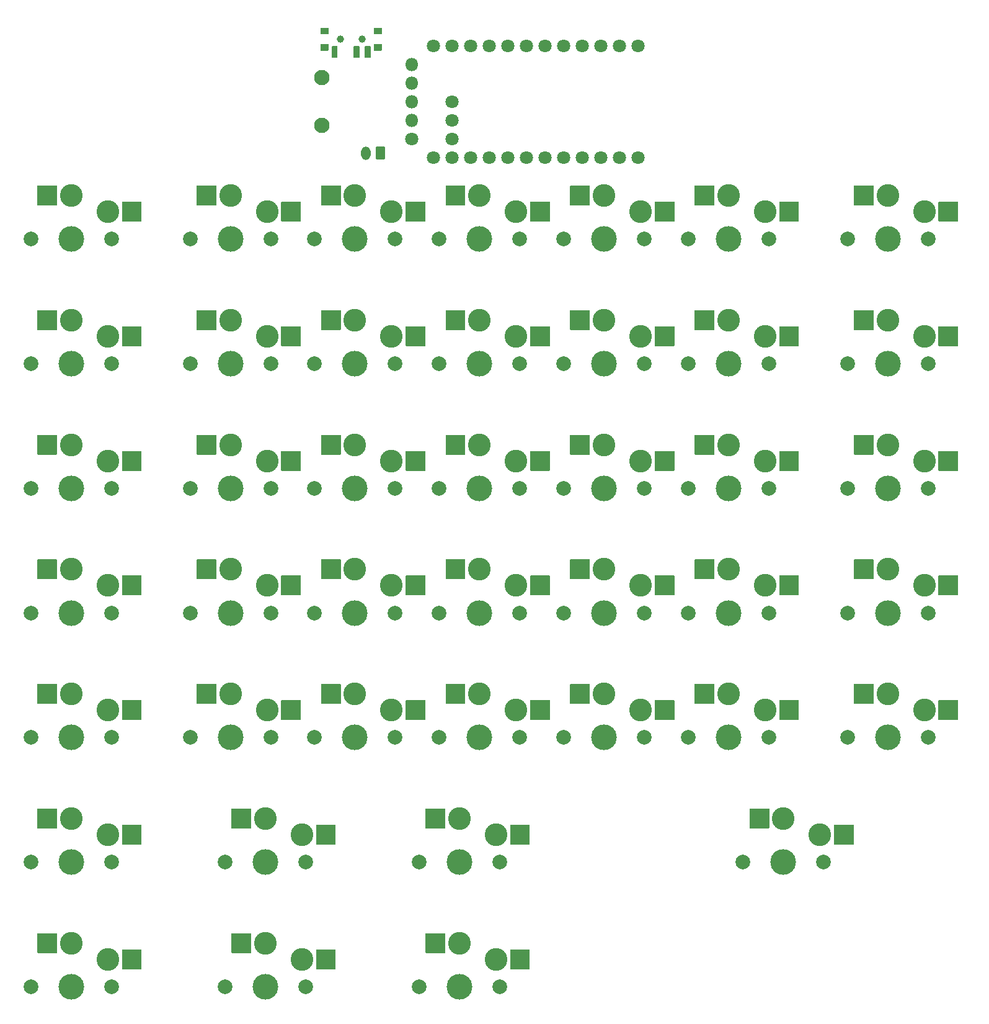
<source format=gbs>
G04 #@! TF.GenerationSoftware,KiCad,Pcbnew,8.0.4+1*
G04 #@! TF.CreationDate,2024-10-01T15:26:06+00:00*
G04 #@! TF.ProjectId,left,6c656674-2e6b-4696-9361-645f70636258,v0.2*
G04 #@! TF.SameCoordinates,Original*
G04 #@! TF.FileFunction,Soldermask,Bot*
G04 #@! TF.FilePolarity,Negative*
%FSLAX46Y46*%
G04 Gerber Fmt 4.6, Leading zero omitted, Abs format (unit mm)*
G04 Created by KiCad (PCBNEW 8.0.4+1) date 2024-10-01 15:26:06*
%MOMM*%
%LPD*%
G01*
G04 APERTURE LIST*
%ADD10C,1.800000*%
%ADD11O,1.800000X1.800000*%
%ADD12O,1.300000X1.850000*%
%ADD13C,2.000000*%
%ADD14C,3.100000*%
%ADD15C,3.500000*%
%ADD16C,2.100000*%
%ADD17C,1.000000*%
G04 APERTURE END LIST*
D10*
X112440000Y-20870000D03*
X109900000Y-20870000D03*
X107360000Y-20870000D03*
X104820000Y-20870000D03*
X102280000Y-20870000D03*
X99740000Y-20870000D03*
X97200000Y-20870000D03*
X94660000Y-20870000D03*
X92120000Y-20870000D03*
X89580000Y-20870000D03*
X87040000Y-20870000D03*
X84500000Y-20870000D03*
X84500000Y-5630000D03*
X87040000Y-5630000D03*
X89580000Y-5630000D03*
X92120000Y-5630000D03*
X94660000Y-5630000D03*
X97200000Y-5630000D03*
X99740000Y-5630000D03*
X102280000Y-5630000D03*
X104820000Y-5630000D03*
X107360000Y-5630000D03*
X109900000Y-5630000D03*
X112440000Y-5630000D03*
X87040000Y-18330000D03*
X87040000Y-15790000D03*
X87040000Y-13250000D03*
D11*
X81540000Y-8170000D03*
X81540000Y-10710000D03*
X81540000Y-13250000D03*
X81540000Y-15790000D03*
D10*
X81540000Y-18330000D03*
G36*
G01*
X77880000Y-19585000D02*
X77880000Y-20915000D01*
G75*
G02*
X77620000Y-21175000I-260000J0D01*
G01*
X76840000Y-21175000D01*
G75*
G02*
X76580000Y-20915000I0J260000D01*
G01*
X76580000Y-19585000D01*
G75*
G02*
X76840000Y-19325000I260000J0D01*
G01*
X77620000Y-19325000D01*
G75*
G02*
X77880000Y-19585000I0J-260000D01*
G01*
G37*
D12*
X75230000Y-20250000D03*
D13*
X68250000Y-100000000D03*
D14*
X73750000Y-94050000D03*
D15*
X73750000Y-100000000D03*
D14*
X78750000Y-96250000D03*
D13*
X79250000Y-100000000D03*
G36*
G01*
X69125000Y-95350000D02*
X69125000Y-92750000D01*
G75*
G02*
X69175000Y-92700000I50000J0D01*
G01*
X71775000Y-92700000D01*
G75*
G02*
X71825000Y-92750000I0J-50000D01*
G01*
X71825000Y-95350000D01*
G75*
G02*
X71775000Y-95400000I-50000J0D01*
G01*
X69175000Y-95400000D01*
G75*
G02*
X69125000Y-95350000I0J50000D01*
G01*
G37*
G36*
G01*
X80675000Y-97550000D02*
X80675000Y-94950000D01*
G75*
G02*
X80725000Y-94900000I50000J0D01*
G01*
X83325000Y-94900000D01*
G75*
G02*
X83375000Y-94950000I0J-50000D01*
G01*
X83375000Y-97550000D01*
G75*
G02*
X83325000Y-97600000I-50000J0D01*
G01*
X80725000Y-97600000D01*
G75*
G02*
X80675000Y-97550000I0J50000D01*
G01*
G37*
X85250000Y-83000000D03*
D14*
X90750000Y-77050000D03*
D15*
X90750000Y-83000000D03*
D14*
X95750000Y-79250000D03*
D13*
X96250000Y-83000000D03*
G36*
G01*
X86125000Y-78350000D02*
X86125000Y-75750000D01*
G75*
G02*
X86175000Y-75700000I50000J0D01*
G01*
X88775000Y-75700000D01*
G75*
G02*
X88825000Y-75750000I0J-50000D01*
G01*
X88825000Y-78350000D01*
G75*
G02*
X88775000Y-78400000I-50000J0D01*
G01*
X86175000Y-78400000D01*
G75*
G02*
X86125000Y-78350000I0J50000D01*
G01*
G37*
G36*
G01*
X97675000Y-80550000D02*
X97675000Y-77950000D01*
G75*
G02*
X97725000Y-77900000I50000J0D01*
G01*
X100325000Y-77900000D01*
G75*
G02*
X100375000Y-77950000I0J-50000D01*
G01*
X100375000Y-80550000D01*
G75*
G02*
X100325000Y-80600000I-50000J0D01*
G01*
X97725000Y-80600000D01*
G75*
G02*
X97675000Y-80550000I0J50000D01*
G01*
G37*
X29500000Y-32000000D03*
D14*
X35000000Y-26050000D03*
D15*
X35000000Y-32000000D03*
D14*
X40000000Y-28250000D03*
D13*
X40500000Y-32000000D03*
G36*
G01*
X30375000Y-27350000D02*
X30375000Y-24750000D01*
G75*
G02*
X30425000Y-24700000I50000J0D01*
G01*
X33025000Y-24700000D01*
G75*
G02*
X33075000Y-24750000I0J-50000D01*
G01*
X33075000Y-27350000D01*
G75*
G02*
X33025000Y-27400000I-50000J0D01*
G01*
X30425000Y-27400000D01*
G75*
G02*
X30375000Y-27350000I0J50000D01*
G01*
G37*
G36*
G01*
X41925000Y-29550000D02*
X41925000Y-26950000D01*
G75*
G02*
X41975000Y-26900000I50000J0D01*
G01*
X44575000Y-26900000D01*
G75*
G02*
X44625000Y-26950000I0J-50000D01*
G01*
X44625000Y-29550000D01*
G75*
G02*
X44575000Y-29600000I-50000J0D01*
G01*
X41975000Y-29600000D01*
G75*
G02*
X41925000Y-29550000I0J50000D01*
G01*
G37*
X119250000Y-66000000D03*
D14*
X124750000Y-60050000D03*
D15*
X124750000Y-66000000D03*
D14*
X129750000Y-62250000D03*
D13*
X130250000Y-66000000D03*
G36*
G01*
X120125000Y-61350000D02*
X120125000Y-58750000D01*
G75*
G02*
X120175000Y-58700000I50000J0D01*
G01*
X122775000Y-58700000D01*
G75*
G02*
X122825000Y-58750000I0J-50000D01*
G01*
X122825000Y-61350000D01*
G75*
G02*
X122775000Y-61400000I-50000J0D01*
G01*
X120175000Y-61400000D01*
G75*
G02*
X120125000Y-61350000I0J50000D01*
G01*
G37*
G36*
G01*
X131675000Y-63550000D02*
X131675000Y-60950000D01*
G75*
G02*
X131725000Y-60900000I50000J0D01*
G01*
X134325000Y-60900000D01*
G75*
G02*
X134375000Y-60950000I0J-50000D01*
G01*
X134375000Y-63550000D01*
G75*
G02*
X134325000Y-63600000I-50000J0D01*
G01*
X131725000Y-63600000D01*
G75*
G02*
X131675000Y-63550000I0J50000D01*
G01*
G37*
X56000000Y-134000000D03*
D14*
X61500000Y-128050000D03*
D15*
X61500000Y-134000000D03*
D14*
X66500000Y-130250000D03*
D13*
X67000000Y-134000000D03*
G36*
G01*
X56875000Y-129350000D02*
X56875000Y-126750000D01*
G75*
G02*
X56925000Y-126700000I50000J0D01*
G01*
X59525000Y-126700000D01*
G75*
G02*
X59575000Y-126750000I0J-50000D01*
G01*
X59575000Y-129350000D01*
G75*
G02*
X59525000Y-129400000I-50000J0D01*
G01*
X56925000Y-129400000D01*
G75*
G02*
X56875000Y-129350000I0J50000D01*
G01*
G37*
G36*
G01*
X68425000Y-131550000D02*
X68425000Y-128950000D01*
G75*
G02*
X68475000Y-128900000I50000J0D01*
G01*
X71075000Y-128900000D01*
G75*
G02*
X71125000Y-128950000I0J-50000D01*
G01*
X71125000Y-131550000D01*
G75*
G02*
X71075000Y-131600000I-50000J0D01*
G01*
X68475000Y-131600000D01*
G75*
G02*
X68425000Y-131550000I0J50000D01*
G01*
G37*
X141000000Y-66000000D03*
D14*
X146500000Y-60050000D03*
D15*
X146500000Y-66000000D03*
D14*
X151500000Y-62250000D03*
D13*
X152000000Y-66000000D03*
G36*
G01*
X141875000Y-61350000D02*
X141875000Y-58750000D01*
G75*
G02*
X141925000Y-58700000I50000J0D01*
G01*
X144525000Y-58700000D01*
G75*
G02*
X144575000Y-58750000I0J-50000D01*
G01*
X144575000Y-61350000D01*
G75*
G02*
X144525000Y-61400000I-50000J0D01*
G01*
X141925000Y-61400000D01*
G75*
G02*
X141875000Y-61350000I0J50000D01*
G01*
G37*
G36*
G01*
X153425000Y-63550000D02*
X153425000Y-60950000D01*
G75*
G02*
X153475000Y-60900000I50000J0D01*
G01*
X156075000Y-60900000D01*
G75*
G02*
X156125000Y-60950000I0J-50000D01*
G01*
X156125000Y-63550000D01*
G75*
G02*
X156075000Y-63600000I-50000J0D01*
G01*
X153475000Y-63600000D01*
G75*
G02*
X153425000Y-63550000I0J50000D01*
G01*
G37*
X29500000Y-117000000D03*
D14*
X35000000Y-111050000D03*
D15*
X35000000Y-117000000D03*
D14*
X40000000Y-113250000D03*
D13*
X40500000Y-117000000D03*
G36*
G01*
X30375000Y-112350000D02*
X30375000Y-109750000D01*
G75*
G02*
X30425000Y-109700000I50000J0D01*
G01*
X33025000Y-109700000D01*
G75*
G02*
X33075000Y-109750000I0J-50000D01*
G01*
X33075000Y-112350000D01*
G75*
G02*
X33025000Y-112400000I-50000J0D01*
G01*
X30425000Y-112400000D01*
G75*
G02*
X30375000Y-112350000I0J50000D01*
G01*
G37*
G36*
G01*
X41925000Y-114550000D02*
X41925000Y-111950000D01*
G75*
G02*
X41975000Y-111900000I50000J0D01*
G01*
X44575000Y-111900000D01*
G75*
G02*
X44625000Y-111950000I0J-50000D01*
G01*
X44625000Y-114550000D01*
G75*
G02*
X44575000Y-114600000I-50000J0D01*
G01*
X41975000Y-114600000D01*
G75*
G02*
X41925000Y-114550000I0J50000D01*
G01*
G37*
X29500000Y-134000000D03*
D14*
X35000000Y-128050000D03*
D15*
X35000000Y-134000000D03*
D14*
X40000000Y-130250000D03*
D13*
X40500000Y-134000000D03*
G36*
G01*
X30375000Y-129350000D02*
X30375000Y-126750000D01*
G75*
G02*
X30425000Y-126700000I50000J0D01*
G01*
X33025000Y-126700000D01*
G75*
G02*
X33075000Y-126750000I0J-50000D01*
G01*
X33075000Y-129350000D01*
G75*
G02*
X33025000Y-129400000I-50000J0D01*
G01*
X30425000Y-129400000D01*
G75*
G02*
X30375000Y-129350000I0J50000D01*
G01*
G37*
G36*
G01*
X41925000Y-131550000D02*
X41925000Y-128950000D01*
G75*
G02*
X41975000Y-128900000I50000J0D01*
G01*
X44575000Y-128900000D01*
G75*
G02*
X44625000Y-128950000I0J-50000D01*
G01*
X44625000Y-131550000D01*
G75*
G02*
X44575000Y-131600000I-50000J0D01*
G01*
X41975000Y-131600000D01*
G75*
G02*
X41925000Y-131550000I0J50000D01*
G01*
G37*
X51250000Y-32000000D03*
D14*
X56750000Y-26050000D03*
D15*
X56750000Y-32000000D03*
D14*
X61750000Y-28250000D03*
D13*
X62250000Y-32000000D03*
G36*
G01*
X52125000Y-27350000D02*
X52125000Y-24750000D01*
G75*
G02*
X52175000Y-24700000I50000J0D01*
G01*
X54775000Y-24700000D01*
G75*
G02*
X54825000Y-24750000I0J-50000D01*
G01*
X54825000Y-27350000D01*
G75*
G02*
X54775000Y-27400000I-50000J0D01*
G01*
X52175000Y-27400000D01*
G75*
G02*
X52125000Y-27350000I0J50000D01*
G01*
G37*
G36*
G01*
X63675000Y-29550000D02*
X63675000Y-26950000D01*
G75*
G02*
X63725000Y-26900000I50000J0D01*
G01*
X66325000Y-26900000D01*
G75*
G02*
X66375000Y-26950000I0J-50000D01*
G01*
X66375000Y-29550000D01*
G75*
G02*
X66325000Y-29600000I-50000J0D01*
G01*
X63725000Y-29600000D01*
G75*
G02*
X63675000Y-29550000I0J50000D01*
G01*
G37*
X102250000Y-83000000D03*
D14*
X107750000Y-77050000D03*
D15*
X107750000Y-83000000D03*
D14*
X112750000Y-79250000D03*
D13*
X113250000Y-83000000D03*
G36*
G01*
X103125000Y-78350000D02*
X103125000Y-75750000D01*
G75*
G02*
X103175000Y-75700000I50000J0D01*
G01*
X105775000Y-75700000D01*
G75*
G02*
X105825000Y-75750000I0J-50000D01*
G01*
X105825000Y-78350000D01*
G75*
G02*
X105775000Y-78400000I-50000J0D01*
G01*
X103175000Y-78400000D01*
G75*
G02*
X103125000Y-78350000I0J50000D01*
G01*
G37*
G36*
G01*
X114675000Y-80550000D02*
X114675000Y-77950000D01*
G75*
G02*
X114725000Y-77900000I50000J0D01*
G01*
X117325000Y-77900000D01*
G75*
G02*
X117375000Y-77950000I0J-50000D01*
G01*
X117375000Y-80550000D01*
G75*
G02*
X117325000Y-80600000I-50000J0D01*
G01*
X114725000Y-80600000D01*
G75*
G02*
X114675000Y-80550000I0J50000D01*
G01*
G37*
X68250000Y-83000000D03*
D14*
X73750000Y-77050000D03*
D15*
X73750000Y-83000000D03*
D14*
X78750000Y-79250000D03*
D13*
X79250000Y-83000000D03*
G36*
G01*
X69125000Y-78350000D02*
X69125000Y-75750000D01*
G75*
G02*
X69175000Y-75700000I50000J0D01*
G01*
X71775000Y-75700000D01*
G75*
G02*
X71825000Y-75750000I0J-50000D01*
G01*
X71825000Y-78350000D01*
G75*
G02*
X71775000Y-78400000I-50000J0D01*
G01*
X69175000Y-78400000D01*
G75*
G02*
X69125000Y-78350000I0J50000D01*
G01*
G37*
G36*
G01*
X80675000Y-80550000D02*
X80675000Y-77950000D01*
G75*
G02*
X80725000Y-77900000I50000J0D01*
G01*
X83325000Y-77900000D01*
G75*
G02*
X83375000Y-77950000I0J-50000D01*
G01*
X83375000Y-80550000D01*
G75*
G02*
X83325000Y-80600000I-50000J0D01*
G01*
X80725000Y-80600000D01*
G75*
G02*
X80675000Y-80550000I0J50000D01*
G01*
G37*
X29500000Y-83000000D03*
D14*
X35000000Y-77050000D03*
D15*
X35000000Y-83000000D03*
D14*
X40000000Y-79250000D03*
D13*
X40500000Y-83000000D03*
G36*
G01*
X30375000Y-78350000D02*
X30375000Y-75750000D01*
G75*
G02*
X30425000Y-75700000I50000J0D01*
G01*
X33025000Y-75700000D01*
G75*
G02*
X33075000Y-75750000I0J-50000D01*
G01*
X33075000Y-78350000D01*
G75*
G02*
X33025000Y-78400000I-50000J0D01*
G01*
X30425000Y-78400000D01*
G75*
G02*
X30375000Y-78350000I0J50000D01*
G01*
G37*
G36*
G01*
X41925000Y-80550000D02*
X41925000Y-77950000D01*
G75*
G02*
X41975000Y-77900000I50000J0D01*
G01*
X44575000Y-77900000D01*
G75*
G02*
X44625000Y-77950000I0J-50000D01*
G01*
X44625000Y-80550000D01*
G75*
G02*
X44575000Y-80600000I-50000J0D01*
G01*
X41975000Y-80600000D01*
G75*
G02*
X41925000Y-80550000I0J50000D01*
G01*
G37*
X102250000Y-66000000D03*
D14*
X107750000Y-60050000D03*
D15*
X107750000Y-66000000D03*
D14*
X112750000Y-62250000D03*
D13*
X113250000Y-66000000D03*
G36*
G01*
X103125000Y-61350000D02*
X103125000Y-58750000D01*
G75*
G02*
X103175000Y-58700000I50000J0D01*
G01*
X105775000Y-58700000D01*
G75*
G02*
X105825000Y-58750000I0J-50000D01*
G01*
X105825000Y-61350000D01*
G75*
G02*
X105775000Y-61400000I-50000J0D01*
G01*
X103175000Y-61400000D01*
G75*
G02*
X103125000Y-61350000I0J50000D01*
G01*
G37*
G36*
G01*
X114675000Y-63550000D02*
X114675000Y-60950000D01*
G75*
G02*
X114725000Y-60900000I50000J0D01*
G01*
X117325000Y-60900000D01*
G75*
G02*
X117375000Y-60950000I0J-50000D01*
G01*
X117375000Y-63550000D01*
G75*
G02*
X117325000Y-63600000I-50000J0D01*
G01*
X114725000Y-63600000D01*
G75*
G02*
X114675000Y-63550000I0J50000D01*
G01*
G37*
X56000000Y-117000000D03*
D14*
X61500000Y-111050000D03*
D15*
X61500000Y-117000000D03*
D14*
X66500000Y-113250000D03*
D13*
X67000000Y-117000000D03*
G36*
G01*
X56875000Y-112350000D02*
X56875000Y-109750000D01*
G75*
G02*
X56925000Y-109700000I50000J0D01*
G01*
X59525000Y-109700000D01*
G75*
G02*
X59575000Y-109750000I0J-50000D01*
G01*
X59575000Y-112350000D01*
G75*
G02*
X59525000Y-112400000I-50000J0D01*
G01*
X56925000Y-112400000D01*
G75*
G02*
X56875000Y-112350000I0J50000D01*
G01*
G37*
G36*
G01*
X68425000Y-114550000D02*
X68425000Y-111950000D01*
G75*
G02*
X68475000Y-111900000I50000J0D01*
G01*
X71075000Y-111900000D01*
G75*
G02*
X71125000Y-111950000I0J-50000D01*
G01*
X71125000Y-114550000D01*
G75*
G02*
X71075000Y-114600000I-50000J0D01*
G01*
X68475000Y-114600000D01*
G75*
G02*
X68425000Y-114550000I0J50000D01*
G01*
G37*
X102250000Y-32000000D03*
D14*
X107750000Y-26050000D03*
D15*
X107750000Y-32000000D03*
D14*
X112750000Y-28250000D03*
D13*
X113250000Y-32000000D03*
G36*
G01*
X103125000Y-27350000D02*
X103125000Y-24750000D01*
G75*
G02*
X103175000Y-24700000I50000J0D01*
G01*
X105775000Y-24700000D01*
G75*
G02*
X105825000Y-24750000I0J-50000D01*
G01*
X105825000Y-27350000D01*
G75*
G02*
X105775000Y-27400000I-50000J0D01*
G01*
X103175000Y-27400000D01*
G75*
G02*
X103125000Y-27350000I0J50000D01*
G01*
G37*
G36*
G01*
X114675000Y-29550000D02*
X114675000Y-26950000D01*
G75*
G02*
X114725000Y-26900000I50000J0D01*
G01*
X117325000Y-26900000D01*
G75*
G02*
X117375000Y-26950000I0J-50000D01*
G01*
X117375000Y-29550000D01*
G75*
G02*
X117325000Y-29600000I-50000J0D01*
G01*
X114725000Y-29600000D01*
G75*
G02*
X114675000Y-29550000I0J50000D01*
G01*
G37*
X85250000Y-100000000D03*
D14*
X90750000Y-94050000D03*
D15*
X90750000Y-100000000D03*
D14*
X95750000Y-96250000D03*
D13*
X96250000Y-100000000D03*
G36*
G01*
X86125000Y-95350000D02*
X86125000Y-92750000D01*
G75*
G02*
X86175000Y-92700000I50000J0D01*
G01*
X88775000Y-92700000D01*
G75*
G02*
X88825000Y-92750000I0J-50000D01*
G01*
X88825000Y-95350000D01*
G75*
G02*
X88775000Y-95400000I-50000J0D01*
G01*
X86175000Y-95400000D01*
G75*
G02*
X86125000Y-95350000I0J50000D01*
G01*
G37*
G36*
G01*
X97675000Y-97550000D02*
X97675000Y-94950000D01*
G75*
G02*
X97725000Y-94900000I50000J0D01*
G01*
X100325000Y-94900000D01*
G75*
G02*
X100375000Y-94950000I0J-50000D01*
G01*
X100375000Y-97550000D01*
G75*
G02*
X100325000Y-97600000I-50000J0D01*
G01*
X97725000Y-97600000D01*
G75*
G02*
X97675000Y-97550000I0J50000D01*
G01*
G37*
X141000000Y-32000000D03*
D14*
X146500000Y-26050000D03*
D15*
X146500000Y-32000000D03*
D14*
X151500000Y-28250000D03*
D13*
X152000000Y-32000000D03*
G36*
G01*
X141875000Y-27350000D02*
X141875000Y-24750000D01*
G75*
G02*
X141925000Y-24700000I50000J0D01*
G01*
X144525000Y-24700000D01*
G75*
G02*
X144575000Y-24750000I0J-50000D01*
G01*
X144575000Y-27350000D01*
G75*
G02*
X144525000Y-27400000I-50000J0D01*
G01*
X141925000Y-27400000D01*
G75*
G02*
X141875000Y-27350000I0J50000D01*
G01*
G37*
G36*
G01*
X153425000Y-29550000D02*
X153425000Y-26950000D01*
G75*
G02*
X153475000Y-26900000I50000J0D01*
G01*
X156075000Y-26900000D01*
G75*
G02*
X156125000Y-26950000I0J-50000D01*
G01*
X156125000Y-29550000D01*
G75*
G02*
X156075000Y-29600000I-50000J0D01*
G01*
X153475000Y-29600000D01*
G75*
G02*
X153425000Y-29550000I0J50000D01*
G01*
G37*
X29500000Y-49000000D03*
D14*
X35000000Y-43050000D03*
D15*
X35000000Y-49000000D03*
D14*
X40000000Y-45250000D03*
D13*
X40500000Y-49000000D03*
G36*
G01*
X30375000Y-44350000D02*
X30375000Y-41750000D01*
G75*
G02*
X30425000Y-41700000I50000J0D01*
G01*
X33025000Y-41700000D01*
G75*
G02*
X33075000Y-41750000I0J-50000D01*
G01*
X33075000Y-44350000D01*
G75*
G02*
X33025000Y-44400000I-50000J0D01*
G01*
X30425000Y-44400000D01*
G75*
G02*
X30375000Y-44350000I0J50000D01*
G01*
G37*
G36*
G01*
X41925000Y-46550000D02*
X41925000Y-43950000D01*
G75*
G02*
X41975000Y-43900000I50000J0D01*
G01*
X44575000Y-43900000D01*
G75*
G02*
X44625000Y-43950000I0J-50000D01*
G01*
X44625000Y-46550000D01*
G75*
G02*
X44575000Y-46600000I-50000J0D01*
G01*
X41975000Y-46600000D01*
G75*
G02*
X41925000Y-46550000I0J50000D01*
G01*
G37*
X85250000Y-49000000D03*
D14*
X90750000Y-43050000D03*
D15*
X90750000Y-49000000D03*
D14*
X95750000Y-45250000D03*
D13*
X96250000Y-49000000D03*
G36*
G01*
X86125000Y-44350000D02*
X86125000Y-41750000D01*
G75*
G02*
X86175000Y-41700000I50000J0D01*
G01*
X88775000Y-41700000D01*
G75*
G02*
X88825000Y-41750000I0J-50000D01*
G01*
X88825000Y-44350000D01*
G75*
G02*
X88775000Y-44400000I-50000J0D01*
G01*
X86175000Y-44400000D01*
G75*
G02*
X86125000Y-44350000I0J50000D01*
G01*
G37*
G36*
G01*
X97675000Y-46550000D02*
X97675000Y-43950000D01*
G75*
G02*
X97725000Y-43900000I50000J0D01*
G01*
X100325000Y-43900000D01*
G75*
G02*
X100375000Y-43950000I0J-50000D01*
G01*
X100375000Y-46550000D01*
G75*
G02*
X100325000Y-46600000I-50000J0D01*
G01*
X97725000Y-46600000D01*
G75*
G02*
X97675000Y-46550000I0J50000D01*
G01*
G37*
X82500000Y-117000000D03*
D14*
X88000000Y-111050000D03*
D15*
X88000000Y-117000000D03*
D14*
X93000000Y-113250000D03*
D13*
X93500000Y-117000000D03*
G36*
G01*
X83375000Y-112350000D02*
X83375000Y-109750000D01*
G75*
G02*
X83425000Y-109700000I50000J0D01*
G01*
X86025000Y-109700000D01*
G75*
G02*
X86075000Y-109750000I0J-50000D01*
G01*
X86075000Y-112350000D01*
G75*
G02*
X86025000Y-112400000I-50000J0D01*
G01*
X83425000Y-112400000D01*
G75*
G02*
X83375000Y-112350000I0J50000D01*
G01*
G37*
G36*
G01*
X94925000Y-114550000D02*
X94925000Y-111950000D01*
G75*
G02*
X94975000Y-111900000I50000J0D01*
G01*
X97575000Y-111900000D01*
G75*
G02*
X97625000Y-111950000I0J-50000D01*
G01*
X97625000Y-114550000D01*
G75*
G02*
X97575000Y-114600000I-50000J0D01*
G01*
X94975000Y-114600000D01*
G75*
G02*
X94925000Y-114550000I0J50000D01*
G01*
G37*
X126750000Y-117000000D03*
D14*
X132250000Y-111050000D03*
D15*
X132250000Y-117000000D03*
D14*
X137250000Y-113250000D03*
D13*
X137750000Y-117000000D03*
G36*
G01*
X127625000Y-112350000D02*
X127625000Y-109750000D01*
G75*
G02*
X127675000Y-109700000I50000J0D01*
G01*
X130275000Y-109700000D01*
G75*
G02*
X130325000Y-109750000I0J-50000D01*
G01*
X130325000Y-112350000D01*
G75*
G02*
X130275000Y-112400000I-50000J0D01*
G01*
X127675000Y-112400000D01*
G75*
G02*
X127625000Y-112350000I0J50000D01*
G01*
G37*
G36*
G01*
X139175000Y-114550000D02*
X139175000Y-111950000D01*
G75*
G02*
X139225000Y-111900000I50000J0D01*
G01*
X141825000Y-111900000D01*
G75*
G02*
X141875000Y-111950000I0J-50000D01*
G01*
X141875000Y-114550000D01*
G75*
G02*
X141825000Y-114600000I-50000J0D01*
G01*
X139225000Y-114600000D01*
G75*
G02*
X139175000Y-114550000I0J50000D01*
G01*
G37*
D16*
X69230000Y-10000000D03*
X69230000Y-16500000D03*
D13*
X68250000Y-32000000D03*
D14*
X73750000Y-26050000D03*
D15*
X73750000Y-32000000D03*
D14*
X78750000Y-28250000D03*
D13*
X79250000Y-32000000D03*
G36*
G01*
X69125000Y-27350000D02*
X69125000Y-24750000D01*
G75*
G02*
X69175000Y-24700000I50000J0D01*
G01*
X71775000Y-24700000D01*
G75*
G02*
X71825000Y-24750000I0J-50000D01*
G01*
X71825000Y-27350000D01*
G75*
G02*
X71775000Y-27400000I-50000J0D01*
G01*
X69175000Y-27400000D01*
G75*
G02*
X69125000Y-27350000I0J50000D01*
G01*
G37*
G36*
G01*
X80675000Y-29550000D02*
X80675000Y-26950000D01*
G75*
G02*
X80725000Y-26900000I50000J0D01*
G01*
X83325000Y-26900000D01*
G75*
G02*
X83375000Y-26950000I0J-50000D01*
G01*
X83375000Y-29550000D01*
G75*
G02*
X83325000Y-29600000I-50000J0D01*
G01*
X80725000Y-29600000D01*
G75*
G02*
X80675000Y-29550000I0J50000D01*
G01*
G37*
X51250000Y-49000000D03*
D14*
X56750000Y-43050000D03*
D15*
X56750000Y-49000000D03*
D14*
X61750000Y-45250000D03*
D13*
X62250000Y-49000000D03*
G36*
G01*
X52125000Y-44350000D02*
X52125000Y-41750000D01*
G75*
G02*
X52175000Y-41700000I50000J0D01*
G01*
X54775000Y-41700000D01*
G75*
G02*
X54825000Y-41750000I0J-50000D01*
G01*
X54825000Y-44350000D01*
G75*
G02*
X54775000Y-44400000I-50000J0D01*
G01*
X52175000Y-44400000D01*
G75*
G02*
X52125000Y-44350000I0J50000D01*
G01*
G37*
G36*
G01*
X63675000Y-46550000D02*
X63675000Y-43950000D01*
G75*
G02*
X63725000Y-43900000I50000J0D01*
G01*
X66325000Y-43900000D01*
G75*
G02*
X66375000Y-43950000I0J-50000D01*
G01*
X66375000Y-46550000D01*
G75*
G02*
X66325000Y-46600000I-50000J0D01*
G01*
X63725000Y-46600000D01*
G75*
G02*
X63675000Y-46550000I0J50000D01*
G01*
G37*
X68250000Y-49000000D03*
D14*
X73750000Y-43050000D03*
D15*
X73750000Y-49000000D03*
D14*
X78750000Y-45250000D03*
D13*
X79250000Y-49000000D03*
G36*
G01*
X69125000Y-44350000D02*
X69125000Y-41750000D01*
G75*
G02*
X69175000Y-41700000I50000J0D01*
G01*
X71775000Y-41700000D01*
G75*
G02*
X71825000Y-41750000I0J-50000D01*
G01*
X71825000Y-44350000D01*
G75*
G02*
X71775000Y-44400000I-50000J0D01*
G01*
X69175000Y-44400000D01*
G75*
G02*
X69125000Y-44350000I0J50000D01*
G01*
G37*
G36*
G01*
X80675000Y-46550000D02*
X80675000Y-43950000D01*
G75*
G02*
X80725000Y-43900000I50000J0D01*
G01*
X83325000Y-43900000D01*
G75*
G02*
X83375000Y-43950000I0J-50000D01*
G01*
X83375000Y-46550000D01*
G75*
G02*
X83325000Y-46600000I-50000J0D01*
G01*
X80725000Y-46600000D01*
G75*
G02*
X80675000Y-46550000I0J50000D01*
G01*
G37*
X29500000Y-100000000D03*
D14*
X35000000Y-94050000D03*
D15*
X35000000Y-100000000D03*
D14*
X40000000Y-96250000D03*
D13*
X40500000Y-100000000D03*
G36*
G01*
X30375000Y-95350000D02*
X30375000Y-92750000D01*
G75*
G02*
X30425000Y-92700000I50000J0D01*
G01*
X33025000Y-92700000D01*
G75*
G02*
X33075000Y-92750000I0J-50000D01*
G01*
X33075000Y-95350000D01*
G75*
G02*
X33025000Y-95400000I-50000J0D01*
G01*
X30425000Y-95400000D01*
G75*
G02*
X30375000Y-95350000I0J50000D01*
G01*
G37*
G36*
G01*
X41925000Y-97550000D02*
X41925000Y-94950000D01*
G75*
G02*
X41975000Y-94900000I50000J0D01*
G01*
X44575000Y-94900000D01*
G75*
G02*
X44625000Y-94950000I0J-50000D01*
G01*
X44625000Y-97550000D01*
G75*
G02*
X44575000Y-97600000I-50000J0D01*
G01*
X41975000Y-97600000D01*
G75*
G02*
X41925000Y-97550000I0J50000D01*
G01*
G37*
X51250000Y-100000000D03*
D14*
X56750000Y-94050000D03*
D15*
X56750000Y-100000000D03*
D14*
X61750000Y-96250000D03*
D13*
X62250000Y-100000000D03*
G36*
G01*
X52125000Y-95350000D02*
X52125000Y-92750000D01*
G75*
G02*
X52175000Y-92700000I50000J0D01*
G01*
X54775000Y-92700000D01*
G75*
G02*
X54825000Y-92750000I0J-50000D01*
G01*
X54825000Y-95350000D01*
G75*
G02*
X54775000Y-95400000I-50000J0D01*
G01*
X52175000Y-95400000D01*
G75*
G02*
X52125000Y-95350000I0J50000D01*
G01*
G37*
G36*
G01*
X63675000Y-97550000D02*
X63675000Y-94950000D01*
G75*
G02*
X63725000Y-94900000I50000J0D01*
G01*
X66325000Y-94900000D01*
G75*
G02*
X66375000Y-94950000I0J-50000D01*
G01*
X66375000Y-97550000D01*
G75*
G02*
X66325000Y-97600000I-50000J0D01*
G01*
X63725000Y-97600000D01*
G75*
G02*
X63675000Y-97550000I0J50000D01*
G01*
G37*
X102250000Y-100000000D03*
D14*
X107750000Y-94050000D03*
D15*
X107750000Y-100000000D03*
D14*
X112750000Y-96250000D03*
D13*
X113250000Y-100000000D03*
G36*
G01*
X103125000Y-95350000D02*
X103125000Y-92750000D01*
G75*
G02*
X103175000Y-92700000I50000J0D01*
G01*
X105775000Y-92700000D01*
G75*
G02*
X105825000Y-92750000I0J-50000D01*
G01*
X105825000Y-95350000D01*
G75*
G02*
X105775000Y-95400000I-50000J0D01*
G01*
X103175000Y-95400000D01*
G75*
G02*
X103125000Y-95350000I0J50000D01*
G01*
G37*
G36*
G01*
X114675000Y-97550000D02*
X114675000Y-94950000D01*
G75*
G02*
X114725000Y-94900000I50000J0D01*
G01*
X117325000Y-94900000D01*
G75*
G02*
X117375000Y-94950000I0J-50000D01*
G01*
X117375000Y-97550000D01*
G75*
G02*
X117325000Y-97600000I-50000J0D01*
G01*
X114725000Y-97600000D01*
G75*
G02*
X114675000Y-97550000I0J50000D01*
G01*
G37*
X141000000Y-100000000D03*
D14*
X146500000Y-94050000D03*
D15*
X146500000Y-100000000D03*
D14*
X151500000Y-96250000D03*
D13*
X152000000Y-100000000D03*
G36*
G01*
X141875000Y-95350000D02*
X141875000Y-92750000D01*
G75*
G02*
X141925000Y-92700000I50000J0D01*
G01*
X144525000Y-92700000D01*
G75*
G02*
X144575000Y-92750000I0J-50000D01*
G01*
X144575000Y-95350000D01*
G75*
G02*
X144525000Y-95400000I-50000J0D01*
G01*
X141925000Y-95400000D01*
G75*
G02*
X141875000Y-95350000I0J50000D01*
G01*
G37*
G36*
G01*
X153425000Y-97550000D02*
X153425000Y-94950000D01*
G75*
G02*
X153475000Y-94900000I50000J0D01*
G01*
X156075000Y-94900000D01*
G75*
G02*
X156125000Y-94950000I0J-50000D01*
G01*
X156125000Y-97550000D01*
G75*
G02*
X156075000Y-97600000I-50000J0D01*
G01*
X153475000Y-97600000D01*
G75*
G02*
X153425000Y-97550000I0J50000D01*
G01*
G37*
X102250000Y-49000000D03*
D14*
X107750000Y-43050000D03*
D15*
X107750000Y-49000000D03*
D14*
X112750000Y-45250000D03*
D13*
X113250000Y-49000000D03*
G36*
G01*
X103125000Y-44350000D02*
X103125000Y-41750000D01*
G75*
G02*
X103175000Y-41700000I50000J0D01*
G01*
X105775000Y-41700000D01*
G75*
G02*
X105825000Y-41750000I0J-50000D01*
G01*
X105825000Y-44350000D01*
G75*
G02*
X105775000Y-44400000I-50000J0D01*
G01*
X103175000Y-44400000D01*
G75*
G02*
X103125000Y-44350000I0J50000D01*
G01*
G37*
G36*
G01*
X114675000Y-46550000D02*
X114675000Y-43950000D01*
G75*
G02*
X114725000Y-43900000I50000J0D01*
G01*
X117325000Y-43900000D01*
G75*
G02*
X117375000Y-43950000I0J-50000D01*
G01*
X117375000Y-46550000D01*
G75*
G02*
X117325000Y-46600000I-50000J0D01*
G01*
X114725000Y-46600000D01*
G75*
G02*
X114675000Y-46550000I0J50000D01*
G01*
G37*
X141000000Y-49000000D03*
D14*
X146500000Y-43050000D03*
D15*
X146500000Y-49000000D03*
D14*
X151500000Y-45250000D03*
D13*
X152000000Y-49000000D03*
G36*
G01*
X141875000Y-44350000D02*
X141875000Y-41750000D01*
G75*
G02*
X141925000Y-41700000I50000J0D01*
G01*
X144525000Y-41700000D01*
G75*
G02*
X144575000Y-41750000I0J-50000D01*
G01*
X144575000Y-44350000D01*
G75*
G02*
X144525000Y-44400000I-50000J0D01*
G01*
X141925000Y-44400000D01*
G75*
G02*
X141875000Y-44350000I0J50000D01*
G01*
G37*
G36*
G01*
X153425000Y-46550000D02*
X153425000Y-43950000D01*
G75*
G02*
X153475000Y-43900000I50000J0D01*
G01*
X156075000Y-43900000D01*
G75*
G02*
X156125000Y-43950000I0J-50000D01*
G01*
X156125000Y-46550000D01*
G75*
G02*
X156075000Y-46600000I-50000J0D01*
G01*
X153475000Y-46600000D01*
G75*
G02*
X153425000Y-46550000I0J50000D01*
G01*
G37*
X51250000Y-66000000D03*
D14*
X56750000Y-60050000D03*
D15*
X56750000Y-66000000D03*
D14*
X61750000Y-62250000D03*
D13*
X62250000Y-66000000D03*
G36*
G01*
X52125000Y-61350000D02*
X52125000Y-58750000D01*
G75*
G02*
X52175000Y-58700000I50000J0D01*
G01*
X54775000Y-58700000D01*
G75*
G02*
X54825000Y-58750000I0J-50000D01*
G01*
X54825000Y-61350000D01*
G75*
G02*
X54775000Y-61400000I-50000J0D01*
G01*
X52175000Y-61400000D01*
G75*
G02*
X52125000Y-61350000I0J50000D01*
G01*
G37*
G36*
G01*
X63675000Y-63550000D02*
X63675000Y-60950000D01*
G75*
G02*
X63725000Y-60900000I50000J0D01*
G01*
X66325000Y-60900000D01*
G75*
G02*
X66375000Y-60950000I0J-50000D01*
G01*
X66375000Y-63550000D01*
G75*
G02*
X66325000Y-63600000I-50000J0D01*
G01*
X63725000Y-63600000D01*
G75*
G02*
X63675000Y-63550000I0J50000D01*
G01*
G37*
X85250000Y-66000000D03*
D14*
X90750000Y-60050000D03*
D15*
X90750000Y-66000000D03*
D14*
X95750000Y-62250000D03*
D13*
X96250000Y-66000000D03*
G36*
G01*
X86125000Y-61350000D02*
X86125000Y-58750000D01*
G75*
G02*
X86175000Y-58700000I50000J0D01*
G01*
X88775000Y-58700000D01*
G75*
G02*
X88825000Y-58750000I0J-50000D01*
G01*
X88825000Y-61350000D01*
G75*
G02*
X88775000Y-61400000I-50000J0D01*
G01*
X86175000Y-61400000D01*
G75*
G02*
X86125000Y-61350000I0J50000D01*
G01*
G37*
G36*
G01*
X97675000Y-63550000D02*
X97675000Y-60950000D01*
G75*
G02*
X97725000Y-60900000I50000J0D01*
G01*
X100325000Y-60900000D01*
G75*
G02*
X100375000Y-60950000I0J-50000D01*
G01*
X100375000Y-63550000D01*
G75*
G02*
X100325000Y-63600000I-50000J0D01*
G01*
X97725000Y-63600000D01*
G75*
G02*
X97675000Y-63550000I0J50000D01*
G01*
G37*
X82500000Y-134000000D03*
D14*
X88000000Y-128050000D03*
D15*
X88000000Y-134000000D03*
D14*
X93000000Y-130250000D03*
D13*
X93500000Y-134000000D03*
G36*
G01*
X83375000Y-129350000D02*
X83375000Y-126750000D01*
G75*
G02*
X83425000Y-126700000I50000J0D01*
G01*
X86025000Y-126700000D01*
G75*
G02*
X86075000Y-126750000I0J-50000D01*
G01*
X86075000Y-129350000D01*
G75*
G02*
X86025000Y-129400000I-50000J0D01*
G01*
X83425000Y-129400000D01*
G75*
G02*
X83375000Y-129350000I0J50000D01*
G01*
G37*
G36*
G01*
X94925000Y-131550000D02*
X94925000Y-128950000D01*
G75*
G02*
X94975000Y-128900000I50000J0D01*
G01*
X97575000Y-128900000D01*
G75*
G02*
X97625000Y-128950000I0J-50000D01*
G01*
X97625000Y-131550000D01*
G75*
G02*
X97575000Y-131600000I-50000J0D01*
G01*
X94975000Y-131600000D01*
G75*
G02*
X94925000Y-131550000I0J50000D01*
G01*
G37*
X119250000Y-100000000D03*
D14*
X124750000Y-94050000D03*
D15*
X124750000Y-100000000D03*
D14*
X129750000Y-96250000D03*
D13*
X130250000Y-100000000D03*
G36*
G01*
X120125000Y-95350000D02*
X120125000Y-92750000D01*
G75*
G02*
X120175000Y-92700000I50000J0D01*
G01*
X122775000Y-92700000D01*
G75*
G02*
X122825000Y-92750000I0J-50000D01*
G01*
X122825000Y-95350000D01*
G75*
G02*
X122775000Y-95400000I-50000J0D01*
G01*
X120175000Y-95400000D01*
G75*
G02*
X120125000Y-95350000I0J50000D01*
G01*
G37*
G36*
G01*
X131675000Y-97550000D02*
X131675000Y-94950000D01*
G75*
G02*
X131725000Y-94900000I50000J0D01*
G01*
X134325000Y-94900000D01*
G75*
G02*
X134375000Y-94950000I0J-50000D01*
G01*
X134375000Y-97550000D01*
G75*
G02*
X134325000Y-97600000I-50000J0D01*
G01*
X131725000Y-97600000D01*
G75*
G02*
X131675000Y-97550000I0J50000D01*
G01*
G37*
X51250000Y-83000000D03*
D14*
X56750000Y-77050000D03*
D15*
X56750000Y-83000000D03*
D14*
X61750000Y-79250000D03*
D13*
X62250000Y-83000000D03*
G36*
G01*
X52125000Y-78350000D02*
X52125000Y-75750000D01*
G75*
G02*
X52175000Y-75700000I50000J0D01*
G01*
X54775000Y-75700000D01*
G75*
G02*
X54825000Y-75750000I0J-50000D01*
G01*
X54825000Y-78350000D01*
G75*
G02*
X54775000Y-78400000I-50000J0D01*
G01*
X52175000Y-78400000D01*
G75*
G02*
X52125000Y-78350000I0J50000D01*
G01*
G37*
G36*
G01*
X63675000Y-80550000D02*
X63675000Y-77950000D01*
G75*
G02*
X63725000Y-77900000I50000J0D01*
G01*
X66325000Y-77900000D01*
G75*
G02*
X66375000Y-77950000I0J-50000D01*
G01*
X66375000Y-80550000D01*
G75*
G02*
X66325000Y-80600000I-50000J0D01*
G01*
X63725000Y-80600000D01*
G75*
G02*
X63675000Y-80550000I0J50000D01*
G01*
G37*
X141000000Y-83000000D03*
D14*
X146500000Y-77050000D03*
D15*
X146500000Y-83000000D03*
D14*
X151500000Y-79250000D03*
D13*
X152000000Y-83000000D03*
G36*
G01*
X141875000Y-78350000D02*
X141875000Y-75750000D01*
G75*
G02*
X141925000Y-75700000I50000J0D01*
G01*
X144525000Y-75700000D01*
G75*
G02*
X144575000Y-75750000I0J-50000D01*
G01*
X144575000Y-78350000D01*
G75*
G02*
X144525000Y-78400000I-50000J0D01*
G01*
X141925000Y-78400000D01*
G75*
G02*
X141875000Y-78350000I0J50000D01*
G01*
G37*
G36*
G01*
X153425000Y-80550000D02*
X153425000Y-77950000D01*
G75*
G02*
X153475000Y-77900000I50000J0D01*
G01*
X156075000Y-77900000D01*
G75*
G02*
X156125000Y-77950000I0J-50000D01*
G01*
X156125000Y-80550000D01*
G75*
G02*
X156075000Y-80600000I-50000J0D01*
G01*
X153475000Y-80600000D01*
G75*
G02*
X153425000Y-80550000I0J50000D01*
G01*
G37*
X68250000Y-66000000D03*
D14*
X73750000Y-60050000D03*
D15*
X73750000Y-66000000D03*
D14*
X78750000Y-62250000D03*
D13*
X79250000Y-66000000D03*
G36*
G01*
X69125000Y-61350000D02*
X69125000Y-58750000D01*
G75*
G02*
X69175000Y-58700000I50000J0D01*
G01*
X71775000Y-58700000D01*
G75*
G02*
X71825000Y-58750000I0J-50000D01*
G01*
X71825000Y-61350000D01*
G75*
G02*
X71775000Y-61400000I-50000J0D01*
G01*
X69175000Y-61400000D01*
G75*
G02*
X69125000Y-61350000I0J50000D01*
G01*
G37*
G36*
G01*
X80675000Y-63550000D02*
X80675000Y-60950000D01*
G75*
G02*
X80725000Y-60900000I50000J0D01*
G01*
X83325000Y-60900000D01*
G75*
G02*
X83375000Y-60950000I0J-50000D01*
G01*
X83375000Y-63550000D01*
G75*
G02*
X83325000Y-63600000I-50000J0D01*
G01*
X80725000Y-63600000D01*
G75*
G02*
X80675000Y-63550000I0J50000D01*
G01*
G37*
X119250000Y-83000000D03*
D14*
X124750000Y-77050000D03*
D15*
X124750000Y-83000000D03*
D14*
X129750000Y-79250000D03*
D13*
X130250000Y-83000000D03*
G36*
G01*
X120125000Y-78350000D02*
X120125000Y-75750000D01*
G75*
G02*
X120175000Y-75700000I50000J0D01*
G01*
X122775000Y-75700000D01*
G75*
G02*
X122825000Y-75750000I0J-50000D01*
G01*
X122825000Y-78350000D01*
G75*
G02*
X122775000Y-78400000I-50000J0D01*
G01*
X120175000Y-78400000D01*
G75*
G02*
X120125000Y-78350000I0J50000D01*
G01*
G37*
G36*
G01*
X131675000Y-80550000D02*
X131675000Y-77950000D01*
G75*
G02*
X131725000Y-77900000I50000J0D01*
G01*
X134325000Y-77900000D01*
G75*
G02*
X134375000Y-77950000I0J-50000D01*
G01*
X134375000Y-80550000D01*
G75*
G02*
X134325000Y-80600000I-50000J0D01*
G01*
X131725000Y-80600000D01*
G75*
G02*
X131675000Y-80550000I0J50000D01*
G01*
G37*
X119250000Y-32000000D03*
D14*
X124750000Y-26050000D03*
D15*
X124750000Y-32000000D03*
D14*
X129750000Y-28250000D03*
D13*
X130250000Y-32000000D03*
G36*
G01*
X120125000Y-27350000D02*
X120125000Y-24750000D01*
G75*
G02*
X120175000Y-24700000I50000J0D01*
G01*
X122775000Y-24700000D01*
G75*
G02*
X122825000Y-24750000I0J-50000D01*
G01*
X122825000Y-27350000D01*
G75*
G02*
X122775000Y-27400000I-50000J0D01*
G01*
X120175000Y-27400000D01*
G75*
G02*
X120125000Y-27350000I0J50000D01*
G01*
G37*
G36*
G01*
X131675000Y-29550000D02*
X131675000Y-26950000D01*
G75*
G02*
X131725000Y-26900000I50000J0D01*
G01*
X134325000Y-26900000D01*
G75*
G02*
X134375000Y-26950000I0J-50000D01*
G01*
X134375000Y-29550000D01*
G75*
G02*
X134325000Y-29600000I-50000J0D01*
G01*
X131725000Y-29600000D01*
G75*
G02*
X131675000Y-29550000I0J50000D01*
G01*
G37*
X119250000Y-49000000D03*
D14*
X124750000Y-43050000D03*
D15*
X124750000Y-49000000D03*
D14*
X129750000Y-45250000D03*
D13*
X130250000Y-49000000D03*
G36*
G01*
X120125000Y-44350000D02*
X120125000Y-41750000D01*
G75*
G02*
X120175000Y-41700000I50000J0D01*
G01*
X122775000Y-41700000D01*
G75*
G02*
X122825000Y-41750000I0J-50000D01*
G01*
X122825000Y-44350000D01*
G75*
G02*
X122775000Y-44400000I-50000J0D01*
G01*
X120175000Y-44400000D01*
G75*
G02*
X120125000Y-44350000I0J50000D01*
G01*
G37*
G36*
G01*
X131675000Y-46550000D02*
X131675000Y-43950000D01*
G75*
G02*
X131725000Y-43900000I50000J0D01*
G01*
X134325000Y-43900000D01*
G75*
G02*
X134375000Y-43950000I0J-50000D01*
G01*
X134375000Y-46550000D01*
G75*
G02*
X134325000Y-46600000I-50000J0D01*
G01*
X131725000Y-46600000D01*
G75*
G02*
X131675000Y-46550000I0J50000D01*
G01*
G37*
G36*
G01*
X69030000Y-6235000D02*
X69030000Y-5435000D01*
G75*
G02*
X69080000Y-5385000I50000J0D01*
G01*
X70080000Y-5385000D01*
G75*
G02*
X70130000Y-5435000I0J-50000D01*
G01*
X70130000Y-6235000D01*
G75*
G02*
X70080000Y-6285000I-50000J0D01*
G01*
X69080000Y-6285000D01*
G75*
G02*
X69030000Y-6235000I0J50000D01*
G01*
G37*
G36*
G01*
X76330000Y-6235000D02*
X76330000Y-5435000D01*
G75*
G02*
X76380000Y-5385000I50000J0D01*
G01*
X77380000Y-5385000D01*
G75*
G02*
X77430000Y-5435000I0J-50000D01*
G01*
X77430000Y-6235000D01*
G75*
G02*
X77380000Y-6285000I-50000J0D01*
G01*
X76380000Y-6285000D01*
G75*
G02*
X76330000Y-6235000I0J50000D01*
G01*
G37*
D17*
X71730000Y-4725000D03*
X74730000Y-4725000D03*
G36*
G01*
X69030000Y-4025000D02*
X69030000Y-3225000D01*
G75*
G02*
X69080000Y-3175000I50000J0D01*
G01*
X70080000Y-3175000D01*
G75*
G02*
X70130000Y-3225000I0J-50000D01*
G01*
X70130000Y-4025000D01*
G75*
G02*
X70080000Y-4075000I-50000J0D01*
G01*
X69080000Y-4075000D01*
G75*
G02*
X69030000Y-4025000I0J50000D01*
G01*
G37*
G36*
G01*
X76330000Y-4025000D02*
X76330000Y-3225000D01*
G75*
G02*
X76380000Y-3175000I50000J0D01*
G01*
X77380000Y-3175000D01*
G75*
G02*
X77430000Y-3225000I0J-50000D01*
G01*
X77430000Y-4025000D01*
G75*
G02*
X77380000Y-4075000I-50000J0D01*
G01*
X76380000Y-4075000D01*
G75*
G02*
X76330000Y-4025000I0J50000D01*
G01*
G37*
G36*
G01*
X70580000Y-7235000D02*
X70580000Y-5735000D01*
G75*
G02*
X70630000Y-5685000I50000J0D01*
G01*
X71330000Y-5685000D01*
G75*
G02*
X71380000Y-5735000I0J-50000D01*
G01*
X71380000Y-7235000D01*
G75*
G02*
X71330000Y-7285000I-50000J0D01*
G01*
X70630000Y-7285000D01*
G75*
G02*
X70580000Y-7235000I0J50000D01*
G01*
G37*
G36*
G01*
X73580000Y-7235000D02*
X73580000Y-5735000D01*
G75*
G02*
X73630000Y-5685000I50000J0D01*
G01*
X74330000Y-5685000D01*
G75*
G02*
X74380000Y-5735000I0J-50000D01*
G01*
X74380000Y-7235000D01*
G75*
G02*
X74330000Y-7285000I-50000J0D01*
G01*
X73630000Y-7285000D01*
G75*
G02*
X73580000Y-7235000I0J50000D01*
G01*
G37*
G36*
G01*
X75080000Y-7235000D02*
X75080000Y-5735000D01*
G75*
G02*
X75130000Y-5685000I50000J0D01*
G01*
X75830000Y-5685000D01*
G75*
G02*
X75880000Y-5735000I0J-50000D01*
G01*
X75880000Y-7235000D01*
G75*
G02*
X75830000Y-7285000I-50000J0D01*
G01*
X75130000Y-7285000D01*
G75*
G02*
X75080000Y-7235000I0J50000D01*
G01*
G37*
D13*
X85250000Y-32000000D03*
D14*
X90750000Y-26050000D03*
D15*
X90750000Y-32000000D03*
D14*
X95750000Y-28250000D03*
D13*
X96250000Y-32000000D03*
G36*
G01*
X86125000Y-27350000D02*
X86125000Y-24750000D01*
G75*
G02*
X86175000Y-24700000I50000J0D01*
G01*
X88775000Y-24700000D01*
G75*
G02*
X88825000Y-24750000I0J-50000D01*
G01*
X88825000Y-27350000D01*
G75*
G02*
X88775000Y-27400000I-50000J0D01*
G01*
X86175000Y-27400000D01*
G75*
G02*
X86125000Y-27350000I0J50000D01*
G01*
G37*
G36*
G01*
X97675000Y-29550000D02*
X97675000Y-26950000D01*
G75*
G02*
X97725000Y-26900000I50000J0D01*
G01*
X100325000Y-26900000D01*
G75*
G02*
X100375000Y-26950000I0J-50000D01*
G01*
X100375000Y-29550000D01*
G75*
G02*
X100325000Y-29600000I-50000J0D01*
G01*
X97725000Y-29600000D01*
G75*
G02*
X97675000Y-29550000I0J50000D01*
G01*
G37*
X29500000Y-66000000D03*
D14*
X35000000Y-60050000D03*
D15*
X35000000Y-66000000D03*
D14*
X40000000Y-62250000D03*
D13*
X40500000Y-66000000D03*
G36*
G01*
X30375000Y-61350000D02*
X30375000Y-58750000D01*
G75*
G02*
X30425000Y-58700000I50000J0D01*
G01*
X33025000Y-58700000D01*
G75*
G02*
X33075000Y-58750000I0J-50000D01*
G01*
X33075000Y-61350000D01*
G75*
G02*
X33025000Y-61400000I-50000J0D01*
G01*
X30425000Y-61400000D01*
G75*
G02*
X30375000Y-61350000I0J50000D01*
G01*
G37*
G36*
G01*
X41925000Y-63550000D02*
X41925000Y-60950000D01*
G75*
G02*
X41975000Y-60900000I50000J0D01*
G01*
X44575000Y-60900000D01*
G75*
G02*
X44625000Y-60950000I0J-50000D01*
G01*
X44625000Y-63550000D01*
G75*
G02*
X44575000Y-63600000I-50000J0D01*
G01*
X41975000Y-63600000D01*
G75*
G02*
X41925000Y-63550000I0J50000D01*
G01*
G37*
M02*

</source>
